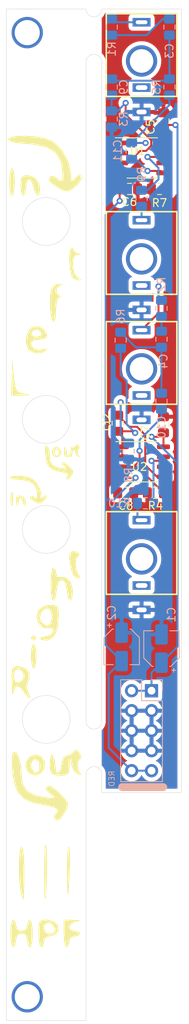
<source format=kicad_pcb>
(kicad_pcb (version 20200909) (generator pcbnew)
  (layers (0 "F.Cu" signal) (31 "B.Cu" signal) (34 "B.Paste" user) (35 "F.Paste" user) (36 "B.SilkS" user) (37 "F.SilkS" user) (38 "B.Mask" user) (39 "F.Mask" user) (44 "Edge.Cuts" user))
  (net 0 "")
  (net 1 "GND")
  (net 2 "+12V")
  (net 3 "-12V")
  (net 4 "Net-(C3-Pad2)")
  (net 5 "Net-(C3-Pad1)")
  (net 6 "Net-(C10-Pad1)")
  (net 7 "Net-(C4-Pad1)")
  (net 8 "Net-(C9-Pad2)")
  (net 9 "Net-(C10-Pad2)")
  (net 10 "Net-(C11-Pad2)")
  (net 11 "Net-(C11-Pad1)")
  (net 12 "Net-(C12-Pad2)")
  (net 13 "Net-(C12-Pad1)")
  (net 14 "Net-(J2-Pad3)")
  (net 15 "Net-(J3-Pad3)")
  (net 16 "Net-(J4-Pad3)")
  (net 17 "Net-(J5-Pad3)")
  (net 18 "Net-(R9-Pad1)")
  (net 19 "Net-(R10-Pad1)")
  (net 20 "Net-(J2-Pad2)")
  (net 21 "Net-(J3-Pad2)")
  (net 22 "Net-(J4-Pad2)")
  (net 23 "Net-(J5-Pad2)")
  (module "Capacitor_SMD:C_0805_2012Metric_Pad1.15x1.40mm_HandSolder" (layer "F.Cu") (at 156.547 59.11 180)
    (fp_text reference "C6" (at 0 -1.65) (layer "F.SilkS"))
    (fp_text value "100n")
    (pad "1" smd roundrect (at -1.025 0 180) (size 1.15 1.4) (layers "F.Cu" "F.Paste" "F.Mask") (roundrect_rratio 0.2173913043478261) (net 1 "GND"))
    (pad "2" smd roundrect (at 1.025 0 180) (size 1.15 1.4) (layers "F.Cu" "F.Paste" "F.Mask") (roundrect_rratio 0.2173913043478261) (net 3 "-12V"))
  )
  (module "custom silk:in_small" (layer "F.Cu") (at 143.5 97.25)
    (fp_text reference "G***" hide)
    (fp_text value "LOGO" hide)
  )
  (module "akiyuki:THONKICONN" (layer "F.Cu") (at 158.08 106.116)
    (fp_text reference "J5" hide)
    (fp_text value "Conn_01x03")
    (pad "" np_thru_hole circle (at 0 0) (size 4 4) (drill 3) (layers *.Cu *.Mask))
    (pad "1" thru_hole rect (at 0 6.48) (size 2.3 1.1) (drill oval 1.3 0.6) (layers *.Cu *.Mask) (net 1 "GND"))
    (pad "2" thru_hole rect (at 0 3.38) (size 2.3 1.1) (drill oval 1.5 0.6) (layers *.Cu *.Mask) (net 23 "Net-(J5-Pad2)"))
    (pad "3" thru_hole rect (at 0 -4.92) (size 2.3 1.1) (drill oval 1.5 0.5) (layers *.Cu *.Mask) (net 17 "Net-(J5-Pad3)"))
  )
  (module "custom silk:in_silk" (layer "F.Cu") (at 145.5 55.75)
    (fp_text reference "G***" hide)
    (fp_text value "LOGO" hide)
  )
  (module "akiyuki:THONKICONN" (layer "F.Cu") (at 158.08 42.854)
    (fp_text reference "J2" hide)
    (fp_text value "Conn_01x03")
    (pad "" np_thru_hole circle (at 0 0) (size 4 4) (drill 3) (layers *.Cu *.Mask))
    (pad "1" thru_hole rect (at 0 6.48) (size 2.3 1.1) (drill oval 1.3 0.6) (layers *.Cu *.Mask) (net 1 "GND"))
    (pad "2" thru_hole rect (at 0 3.38) (size 2.3 1.1) (drill oval 1.5 0.6) (layers *.Cu *.Mask) (net 20 "Net-(J2-Pad2)"))
    (pad "3" thru_hole rect (at 0 -4.92) (size 2.3 1.1) (drill oval 1.5 0.5) (layers *.Cu *.Mask) (net 14 "Net-(J2-Pad3)"))
  )
  (module "custom silk:out_small" (layer "F.Cu") (at 148 93.75)
    (fp_text reference "G***" hide)
    (fp_text value "LOGO" hide)
  )
  (module "nebs:MOUSEBITE1mm" (layer "F.Cu") (at 151.5 39.5 90)
    (fp_text reference "MOUSEBITE1mm" hide)
    (fp_text value "VAL**" hide)
    (pad "" np_thru_hole circle (at -2 0 90) (size 0.5 0.5) (drill 0.5) (layers *.Cu))
    (pad "" np_thru_hole circle (at 1 0 90) (size 0.5 0.5) (drill 0.5) (layers *.Cu))
    (pad "" np_thru_hole circle (at -1 0 90) (size 0.5 0.5) (drill 0.5) (layers *.Cu))
    (pad "" np_thru_hole circle (at 0 0 90) (size 0.5 0.5) (drill 0.5) (layers *.Cu))
    (pad "" np_thru_hole circle (at 2 0 90) (size 0.5 0.5) (drill 0.5) (layers *.Cu))
  )
  (module "Capacitor_SMD:C_0805_2012Metric_Pad1.15x1.40mm_HandSolder" (layer "F.Cu") (at 160.874 50.465 90)
    (fp_text reference "C5" (at -0.771 -1.65 90) (layer "F.SilkS"))
    (fp_text value "100n")
    (pad "1" smd roundrect (at -1.025 0 90) (size 1.15 1.4) (layers "F.Cu" "F.Paste" "F.Mask") (roundrect_rratio 0.2173913043478261) (net 2 "+12V"))
    (pad "2" smd roundrect (at 1.025 0 90) (size 1.15 1.4) (layers "F.Cu" "F.Paste" "F.Mask") (roundrect_rratio 0.2173913043478261) (net 1 "GND"))
  )
  (module "custom silk:left_silk" (layer "F.Cu") (at 145.75 75.75)
    (fp_text reference "G***" hide)
    (fp_text value "LOGO" hide)
  )
  (module "Package_SO:SOP-8_3.9x4.9mm_P1.27mm" (layer "F.Cu") (at 158.165 55.173)
    (fp_text reference "U1" (at -0.593 -0.889) (layer "F.SilkS"))
    (fp_text value "NJM8080")
    (pad "1" smd roundrect (at -2.625 -1.905) (size 1.65 0.6) (layers "F.Cu" "F.Paste" "F.Mask") (net 11 "Net-(C11-Pad1)"))
    (pad "2" smd roundrect (at -2.625 -0.635) (size 1.65 0.6) (layers "F.Cu" "F.Paste" "F.Mask") (net 11 "Net-(C11-Pad1)"))
    (pad "3" smd roundrect (at -2.625 0.635) (size 1.65 0.6) (layers "F.Cu" "F.Paste" "F.Mask") (net 8 "Net-(C9-Pad2)"))
    (pad "4" smd roundrect (at -2.625 1.905) (size 1.65 0.6) (layers "F.Cu" "F.Paste" "F.Mask") (net 3 "-12V"))
    (pad "5" smd roundrect (at 2.625 1.905) (size 1.65 0.6) (layers "F.Cu" "F.Paste" "F.Mask") (net 10 "Net-(C11-Pad2)"))
    (pad "6" smd roundrect (at 2.625 0.635) (size 1.65 0.6) (layers "F.Cu" "F.Paste" "F.Mask") (net 18 "Net-(R9-Pad1)"))
    (pad "7" smd roundrect (at 2.625 -0.635) (size 1.65 0.6) (layers "F.Cu" "F.Paste" "F.Mask") (net 18 "Net-(R9-Pad1)"))
    (pad "8" smd roundrect (at 2.625 -1.905) (size 1.65 0.6) (layers "F.Cu" "F.Paste" "F.Mask") (net 2 "+12V"))
  )
  (module "Package_SO:SOP-8_3.9x4.9mm_P1.27mm" (layer "F.Cu") (at 158.249 93.781)
    (fp_text reference "U2" (at -0.423 0.635) (layer "F.SilkS"))
    (fp_text value "NJM8080")
    (pad "1" smd roundrect (at -2.625 -1.905) (size 1.65 0.6) (layers "F.Cu" "F.Paste" "F.Mask") (net 13 "Net-(C12-Pad1)"))
    (pad "2" smd roundrect (at -2.625 -0.635) (size 1.65 0.6) (layers "F.Cu" "F.Paste" "F.Mask") (net 13 "Net-(C12-Pad1)"))
    (pad "3" smd roundrect (at -2.625 0.635) (size 1.65 0.6) (layers "F.Cu" "F.Paste" "F.Mask") (net 9 "Net-(C10-Pad2)"))
    (pad "4" smd roundrect (at -2.625 1.905) (size 1.65 0.6) (layers "F.Cu" "F.Paste" "F.Mask") (net 3 "-12V"))
    (pad "5" smd roundrect (at 2.625 1.905) (size 1.65 0.6) (layers "F.Cu" "F.Paste" "F.Mask") (net 12 "Net-(C12-Pad2)"))
    (pad "6" smd roundrect (at 2.625 0.635) (size 1.65 0.6) (layers "F.Cu" "F.Paste" "F.Mask") (net 19 "Net-(R10-Pad1)"))
    (pad "7" smd roundrect (at 2.625 -0.635) (size 1.65 0.6) (layers "F.Cu" "F.Paste" "F.Mask") (net 19 "Net-(R10-Pad1)"))
    (pad "8" smd roundrect (at 2.625 -1.905) (size 1.65 0.6) (layers "F.Cu" "F.Paste" "F.Mask") (net 2 "+12V"))
  )
  (module "Resistor_SMD:R_0805_2012Metric_Pad1.15x1.40mm_HandSolder" (layer "F.Cu") (at 160.357 59.11 180)
    (fp_text reference "R7" (at -0.009 -1.778) (layer "F.SilkS"))
    (fp_text value "160k")
    (pad "1" smd roundrect (at -1.025 0 180) (size 1.15 1.4) (layers "F.Cu" "F.Paste" "F.Mask") (roundrect_rratio 0.2173913043478261) (net 10 "Net-(C11-Pad2)"))
    (pad "2" smd roundrect (at 1.025 0 180) (size 1.15 1.4) (layers "F.Cu" "F.Paste" "F.Mask") (roundrect_rratio 0.2173913043478261) (net 1 "GND"))
  )
  (module "custom silk:out_silk" (layer "F.Cu") (at 146 134.75)
    (fp_text reference "G***" hide)
    (fp_text value "LOGO" hide)
  )
  (module "akiyuki:EurorackPanelHole" (layer "F.Cu") (at 143.5 39.25)
    (fp_text reference "REF**" hide)
    (fp_text value "EurorackPanelHole" hide)
    (pad "" np_thru_hole circle (at 0 0) (size 4 4) (drill 3.2) (layers *.Cu *.Mask))
  )
  (module "custom silk:hpf2" (layer "F.Cu") (at 146 148)
    (fp_text reference "G***" hide)
    (fp_text value "LOGO" hide)
  )
  (module "nebs:MOUSEBITE1mm" (layer "F.Cu") (at 151.5 130.25 90)
    (fp_text reference "MOUSEBITE1mm" hide)
    (fp_text value "VAL**" hide)
    (pad "" np_thru_hole circle (at 1 0 90) (size 0.5 0.5) (drill 0.5) (layers *.Cu))
    (pad "" np_thru_hole circle (at 2 0 90) (size 0.5 0.5) (drill 0.5) (layers *.Cu))
    (pad "" np_thru_hole circle (at 0 0 90) (size 0.5 0.5) (drill 0.5) (layers *.Cu))
    (pad "" np_thru_hole circle (at -1 0 90) (size 0.5 0.5) (drill 0.5) (layers *.Cu))
    (pad "" np_thru_hole circle (at -2 0 90) (size 0.5 0.5) (drill 0.5) (layers *.Cu))
  )
  (module "akiyuki:EurorackPanelHole" (layer "F.Cu") (at 143.5 161.75)
    (fp_text reference "REF**" hide)
    (fp_text value "EurorackPanelHole" hide)
    (pad "" np_thru_hole circle (at 0 0) (size 4 4) (drill 3.2) (layers *.Cu *.Mask))
  )
  (module "custom silk:right_silk" (layer "F.Cu") (at 145.75 114)
    (fp_text reference "G***" hide)
    (fp_text value "LOGO" hide)
  )
  (module "Capacitor_SMD:C_0805_2012Metric_Pad1.15x1.40mm_HandSolder" (layer "F.Cu") (at 160.874 89.073 90)
    (fp_text reference "C7" (at -1.025 -2.286 90) (layer "F.SilkS"))
    (fp_text value "100n")
    (pad "1" smd roundrect (at -1.025 0 90) (size 1.15 1.4) (layers "F.Cu" "F.Paste" "F.Mask") (roundrect_rratio 0.2173913043478261) (net 2 "+12V"))
    (pad "2" smd roundrect (at 1.025 0 90) (size 1.15 1.4) (layers "F.Cu" "F.Paste" "F.Mask") (roundrect_rratio 0.2173913043478261) (net 1 "GND"))
  )
  (module "Capacitor_SMD:C_0805_2012Metric_Pad1.15x1.40mm_HandSolder" (layer "F.Cu") (at 155.032 88.877224 90)
    (fp_text reference "C12" (at 0.118 -1.397 90) (layer "F.SilkS") (effects (font (size 0.75 0.75))))
    (fp_text value "33n")
    (pad "1" smd roundrect (at -1.025 0 90) (size 1.15 1.4) (layers "F.Cu" "F.Paste" "F.Mask") (roundrect_rratio 0.2173913043478261) (net 13 "Net-(C12-Pad1)"))
    (pad "2" smd roundrect (at 1.025 0 90) (size 1.15 1.4) (layers "F.Cu" "F.Paste" "F.Mask") (roundrect_rratio 0.2173913043478261) (net 12 "Net-(C12-Pad2)"))
  )
  (module "Resistor_SMD:R_0805_2012Metric_Pad1.15x1.40mm_HandSolder" (layer "F.Cu") (at 159.849 97.718 180)
    (fp_text reference "R4" (at 0 -1.65) (layer "F.SilkS"))
    (fp_text value "160k")
    (pad "1" smd roundrect (at -1.025 0 180) (size 1.15 1.4) (layers "F.Cu" "F.Paste" "F.Mask") (roundrect_rratio 0.2173913043478261) (net 9 "Net-(C10-Pad2)"))
    (pad "2" smd roundrect (at 1.025 0 180) (size 1.15 1.4) (layers "F.Cu" "F.Paste" "F.Mask") (roundrect_rratio 0.2173913043478261) (net 1 "GND"))
  )
  (module "Capacitor_SMD:C_0805_2012Metric_Pad1.15x1.40mm_HandSolder" (layer "F.Cu") (at 156.057 97.718 180)
    (fp_text reference "C8" (at 0 -1.65) (layer "F.SilkS"))
    (fp_text value "100n")
    (pad "1" smd roundrect (at -1.025 0 180) (size 1.15 1.4) (layers "F.Cu" "F.Paste" "F.Mask") (roundrect_rratio 0.2173913043478261) (net 1 "GND"))
    (pad "2" smd roundrect (at 1.025 0 180) (size 1.15 1.4) (layers "F.Cu" "F.Paste" "F.Mask") (roundrect_rratio 0.2173913043478261) (net 3 "-12V"))
  )
  (module "akiyuki:THONKICONN" (layer "F.Cu") (at 158.08 81.97)
    (fp_text reference "J3" hide)
    (fp_text value "Conn_01x03")
    (pad "" np_thru_hole circle (at 0 0) (size 4 4) (drill 3) (layers *.Cu *.Mask))
    (pad "1" thru_hole rect (at 0 6.48) (size 2.3 1.1) (drill oval 1.3 0.6) (layers *.Cu *.Mask) (net 1 "GND"))
    (pad "2" thru_hole rect (at 0 3.38) (size 2.3 1.1) (drill oval 1.5 0.6) (layers *.Cu *.Mask) (net 21 "Net-(J3-Pad2)"))
    (pad "3" thru_hole rect (at 0 -4.92) (size 2.3 1.1) (drill oval 1.5 0.5) (layers *.Cu *.Mask) (net 15 "Net-(J3-Pad3)"))
  )
  (module "akiyuki:THONKICONN" (layer "F.Cu") (at 158.08 68)
    (fp_text reference "J4" hide)
    (fp_text value "Conn_01x03")
    (pad "" np_thru_hole circle (at 0 0) (size 4 4) (drill 3) (layers *.Cu *.Mask))
    (pad "1" thru_hole rect (at 0 6.48) (size 2.3 1.1) (drill oval 1.3 0.6) (layers *.Cu *.Mask) (net 1 "GND"))
    (pad "2" thru_hole rect (at 0 3.38) (size 2.3 1.1) (drill oval 1.5 0.6) (layers *.Cu *.Mask) (net 22 "Net-(J4-Pad2)"))
    (pad "3" thru_hole rect (at 0 -4.92) (size 2.3 1.1) (drill oval 1.5 0.5) (layers *.Cu *.Mask) (net 16 "Net-(J4-Pad3)"))
  )
  (module "Capacitor_SMD:C_0805_2012Metric_Pad1.15x1.40mm_HandSolder" (layer "B.Cu") (at 160.62 86.083224 -90)
    (fp_text reference "C10" (at 3.302 0 -90) (layer "B.SilkS") (effects (justify mirror)))
    (fp_text value "33n")
    (pad "1" smd roundrect (at -1.025 0 270) (size 1.15 1.4) (layers "B.Cu" "B.Paste" "B.Mask") (roundrect_rratio 0.2173913043478261) (net 6 "Net-(C10-Pad1)"))
    (pad "2" smd roundrect (at 1.025 0 270) (size 1.15 1.4) (layers "B.Cu" "B.Paste" "B.Mask") (roundrect_rratio 0.2173913043478261) (net 9 "Net-(C10-Pad2)"))
  )
  (module "Capacitor_SMD:C_0805_2012Metric_Pad1.15x1.40mm_HandSolder" (layer "B.Cu") (at 160.62 78.209224 -90)
    (fp_text reference "C4" (at 2.803 -0.254 -90) (layer "B.SilkS") (effects (justify mirror)))
    (fp_text value "33n")
    (pad "1" smd roundrect (at -1.025 0 270) (size 1.15 1.4) (layers "B.Cu" "B.Paste" "B.Mask") (roundrect_rratio 0.2173913043478261) (net 7 "Net-(C4-Pad1)"))
    (pad "2" smd roundrect (at 1.025 0 270) (size 1.15 1.4) (layers "B.Cu" "B.Paste" "B.Mask") (roundrect_rratio 0.2173913043478261) (net 6 "Net-(C10-Pad1)"))
  )
  (module "Resistor_SMD:R_0805_2012Metric_Pad1.15x1.40mm_HandSolder" (layer "B.Cu") (at 154.27 38.545 -90)
    (fp_text reference "R1" (at 2.785 0 -90) (layer "B.SilkS") (effects (justify mirror)))
    (fp_text value "100k")
    (pad "1" smd roundrect (at -1.025 0 270) (size 1.15 1.4) (layers "B.Cu" "B.Paste" "B.Mask") (roundrect_rratio 0.2173913043478261) (net 14 "Net-(J2-Pad3)"))
    (pad "2" smd roundrect (at 1.025 0 270) (size 1.15 1.4) (layers "B.Cu" "B.Paste" "B.Mask") (roundrect_rratio 0.2173913043478261) (net 5 "Net-(C3-Pad1)"))
  )
  (module "Capacitor_SMD:CP_Elec_4x5.4" (layer "B.Cu") (at 160.62 117.508 90)
    (fp_text reference "C1" (at 4.296 1.27 270) (layer "B.SilkS") (effects (justify mirror)))
    (fp_text value "10u")
    (pad "1" smd roundrect (at -1.8 0 90) (size 2.6 1.6) (layers "B.Cu" "B.Paste" "B.Mask") (roundrect_rratio 0.15625) (net 2 "+12V"))
    (pad "2" smd roundrect (at 1.8 0 90) (size 2.6 1.6) (layers "B.Cu" "B.Paste" "B.Mask") (roundrect_rratio 0.15625) (net 1 "GND"))
  )
  (module "4ms-footprints:Euro_Header_10-pin_TH" (layer "B.Cu") (at 158.08 127.944 180)
    (fp_text reference "J1" hide)
    (fp_text value "Conn_02x05_Odd_Even" hide)
    (fp_text user "RED" (at 3.81 -6.096 90) (layer "B.SilkS") (effects (font (size 0.7 0.7) (thickness 0.1)) (justify mirror)))
    (pad "1" thru_hole rect (at -1.27 5.08 180) (size 1.7 1.7) (drill 1) (layers *.Cu *.Mask) (net 2 "+12V"))
    (pad "2" thru_hole oval (at 1.27 5.08 180) (size 1.7 1.7) (drill 1) (layers *.Cu *.Mask) (net 2 "+12V"))
    (pad "3" thru_hole oval (at -1.27 2.54 180) (size 1.7 1.7) (drill 1) (layers *.Cu *.Mask) (net 1 "GND"))
    (pad "4" thru_hole oval (at 1.27 2.54 180) (size 1.7 1.7) (drill 1) (layers *.Cu *.Mask) (net 1 "GND"))
    (pad "5" thru_hole oval (at -1.27 0 180) (size 1.7 1.7) (drill 1) (layers *.Cu *.Mask) (net 1 "GND"))
    (pad "6" thru_hole oval (at 1.27 0 180) (size 1.7 1.7) (drill 1) (layers *.Cu *.Mask) (net 1 "GND"))
    (pad "7" thru_hole oval (at -1.27 -2.54 180) (size 1.7 1.7) (drill 1) (layers *.Cu *.Mask) (net 1 "GND"))
    (pad "8" thru_hole oval (at 1.27 -2.54 180) (size 1.7 1.7) (drill 1) (layers *.Cu *.Mask) (net 1 "GND"))
    (pad "9" thru_hole oval (at -1.27 -5.08 180) (size 1.7 1.7) (drill 1) (layers *.Cu *.Mask) (net 3 "-12V"))
    (pad "10" thru_hole oval (at 1.27 -5.08 180) (size 1.7 1.7) (drill 1) (layers *.Cu *.Mask) (net 3 "-12V"))
  )
  (module "Resistor_SMD:R_0805_2012Metric_Pad1.15x1.40mm_HandSolder" (layer "B.Cu") (at 160.62 74.290224 -90)
    (fp_text reference "R2" (at -3.039 0 -90) (layer "B.SilkS") (effects (justify mirror)))
    (fp_text value "100k")
    (pad "1" smd roundrect (at -1.025 0 270) (size 1.15 1.4) (layers "B.Cu" "B.Paste" "B.Mask") (roundrect_rratio 0.2173913043478261) (net 15 "Net-(J3-Pad3)"))
    (pad "2" smd roundrect (at 1.025 0 270) (size 1.15 1.4) (layers "B.Cu" "B.Paste" "B.Mask") (roundrect_rratio 0.2173913043478261) (net 7 "Net-(C4-Pad1)"))
  )
  (module "Capacitor_SMD:CP_Elec_4x5.4" (layer "B.Cu") (at 155.54 117.298 -90)
    (fp_text reference "C2" (at -4.34 1.27 -90) (layer "B.SilkS") (effects (justify mirror)))
    (fp_text value "10u")
    (pad "1" smd roundrect (at -1.8 0 270) (size 2.6 1.6) (layers "B.Cu" "B.Paste" "B.Mask") (roundrect_rratio 0.15625) (net 1 "GND"))
    (pad "2" smd roundrect (at 1.8 0 270) (size 2.6 1.6) (layers "B.Cu" "B.Paste" "B.Mask") (roundrect_rratio 0.15625) (net 3 "-12V"))
  )
  (module "Resistor_SMD:R_0805_2012Metric_Pad1.15x1.40mm_HandSolder" (layer "B.Cu") (at 156.429 92.433224 -90)
    (fp_text reference "R8" (at 3.039 0 -90) (layer "B.SilkS") (effects (justify mirror)))
    (fp_text value "160k")
    (pad "1" smd roundrect (at -1.025 0 270) (size 1.15 1.4) (layers "B.Cu" "B.Paste" "B.Mask") (roundrect_rratio 0.2173913043478261) (net 12 "Net-(C12-Pad2)"))
    (pad "2" smd roundrect (at 1.025 0 270) (size 1.15 1.4) (layers "B.Cu" "B.Paste" "B.Mask") (roundrect_rratio 0.2173913043478261) (net 1 "GND"))
  )
  (module "Resistor_SMD:R_0805_2012Metric_Pad1.15x1.40mm_HandSolder" (layer "B.Cu") (at 154.27 50.229 -90)
    (fp_text reference "R3" (at 0 -1.524 -90) (layer "B.SilkS") (effects (justify mirror)))
    (fp_text value "160k")
    (pad "1" smd roundrect (at -1.025 0 270) (size 1.15 1.4) (layers "B.Cu" "B.Paste" "B.Mask") (roundrect_rratio 0.2173913043478261) (net 8 "Net-(C9-Pad2)"))
    (pad "2" smd roundrect (at 1.025 0 270) (size 1.15 1.4) (layers "B.Cu" "B.Paste" "B.Mask") (roundrect_rratio 0.2173913043478261) (net 1 "GND"))
  )
  (module "Capacitor_SMD:C_0805_2012Metric_Pad1.15x1.40mm_HandSolder" (layer "B.Cu") (at 161.636 38.545 -90)
    (fp_text reference "C3" (at 3.039 0 -90) (layer "B.SilkS") (effects (justify mirror)))
    (fp_text value "33n")
    (pad "1" smd roundrect (at -1.025 0 270) (size 1.15 1.4) (layers "B.Cu" "B.Paste" "B.Mask") (roundrect_rratio 0.2173913043478261) (net 5 "Net-(C3-Pad1)"))
    (pad "2" smd roundrect (at 1.025 0 270) (size 1.15 1.4) (layers "B.Cu" "B.Paste" "B.Mask") (roundrect_rratio 0.2173913043478261) (net 4 "Net-(C3-Pad2)"))
  )
  (module "Resistor_SMD:R_0805_2012Metric_Pad1.15x1.40mm_HandSolder" (layer "B.Cu") (at 161.636 46.165 -90)
    (fp_text reference "R5" (at 0 1.65 -90) (layer "B.SilkS") (effects (justify mirror)))
    (fp_text value "160k")
    (pad "1" smd roundrect (at -1.025 0 270) (size 1.15 1.4) (layers "B.Cu" "B.Paste" "B.Mask") (roundrect_rratio 0.2173913043478261) (net 4 "Net-(C3-Pad2)"))
    (pad "2" smd roundrect (at 1.025 0 270) (size 1.15 1.4) (layers "B.Cu" "B.Paste" "B.Mask") (roundrect_rratio 0.2173913043478261) (net 11 "Net-(C11-Pad1)"))
  )
  (module "Resistor_SMD:R_0805_2012Metric_Pad1.15x1.40mm_HandSolder" (layer "B.Cu") (at 158.579 99.046224 180)
    (fp_text reference "R10" (at 3.311 0 180) (layer "B.SilkS") (effects (justify mirror)))
    (fp_text value "1k")
    (pad "1" smd roundrect (at -1.025 0 180) (size 1.15 1.4) (layers "B.Cu" "B.Paste" "B.Mask") (roundrect_rratio 0.2173913043478261) (net 19 "Net-(R10-Pad1)"))
    (pad "2" smd roundrect (at 1.025 0 180) (size 1.15 1.4) (layers "B.Cu" "B.Paste" "B.Mask") (roundrect_rratio 0.2173913043478261) (net 17 "Net-(J5-Pad3)"))
  )
  (module "Capacitor_SMD:C_0805_2012Metric_Pad1.15x1.40mm_HandSolder" (layer "B.Cu") (at 156.81 54.293 -90)
    (fp_text reference "C11" (at -0.009 1.778 -90) (layer "B.SilkS") (effects (justify mirror)))
    (fp_text value "33n")
    (pad "1" smd roundrect (at -1.025 0 270) (size 1.15 1.4) (layers "B.Cu" "B.Paste" "B.Mask") (roundrect_rratio 0.2173913043478261) (net 11 "Net-(C11-Pad1)"))
    (pad "2" smd roundrect (at 1.025 0 270) (size 1.15 1.4) (layers "B.Cu" "B.Paste" "B.Mask") (roundrect_rratio 0.2173913043478261) (net 10 "Net-(C11-Pad2)"))
  )
  (module "Resistor_SMD:R_0805_2012Metric_Pad1.15x1.40mm_HandSolder" (layer "B.Cu") (at 155.413 78.336224 -90)
    (fp_text reference "R6" (at -3.039 0 -90) (layer "B.SilkS") (effects (justify mirror)))
    (fp_text value "160k")
    (pad "1" smd roundrect (at -1.025 0 270) (size 1.15 1.4) (layers "B.Cu" "B.Paste" "B.Mask") (roundrect_rratio 0.2173913043478261) (net 6 "Net-(C10-Pad1)"))
    (pad "2" smd roundrect (at 1.025 0 270) (size 1.15 1.4) (layers "B.Cu" "B.Paste" "B.Mask") (roundrect_rratio 0.2173913043478261) (net 13 "Net-(C12-Pad1)"))
  )
  (module "Capacitor_SMD:C_0805_2012Metric_Pad1.15x1.40mm_HandSolder" (layer "B.Cu") (at 154.27 46.165 -90)
    (fp_text reference "C9" (at 0 -1.524 -90) (layer "B.SilkS") (effects (justify mirror)))
    (fp_text value "33n")
    (pad "1" smd roundrect (at -1.025 0 270) (size 1.15 1.4) (layers "B.Cu" "B.Paste" "B.Mask") (roundrect_rratio 0.2173913043478261) (net 4 "Net-(C3-Pad2)"))
    (pad "2" smd roundrect (at 1.025 0 270) (size 1.15 1.4) (layers "B.Cu" "B.Paste" "B.Mask") (roundrect_rratio 0.2173913043478261) (net 8 "Net-(C9-Pad2)"))
  )
  (module "Resistor_SMD:R_0805_2012Metric_Pad1.15x1.40mm_HandSolder" (layer "B.Cu") (at 158.08 60.302224 -90)
    (fp_text reference "R9" (at -3.057 0 -90) (layer "B.SilkS") (effects (justify mirror)))
    (fp_text value "1k")
    (pad "1" smd roundrect (at -1.025 0 270) (size 1.15 1.4) (layers "B.Cu" "B.Paste" "B.Mask") (roundrect_rratio 0.2173913043478261) (net 18 "Net-(R9-Pad1)"))
    (pad "2" smd roundrect (at 1.025 0 270) (size 1.15 1.4) (layers "B.Cu" "B.Paste" "B.Mask") (roundrect_rratio 0.2173913043478261) (net 16 "Net-(J4-Pad3)"))
  )
  (gr_circle (center 145.92 63.25) (end 148.92 63.75) (layer "Edge.Cuts") (width 0.05))
  (gr_line (start 140.84 36.25) (end 140.84 164.774) (layer "Edge.Cuts") (width 0.05))
  (gr_circle (center 145.92 88.396) (end 148.92 88.896) (layer "Edge.Cuts") (width 0.05))
  (gr_line (start 151 36.25) (end 140.84 36.25) (layer "Edge.Cuts") (width 0.05))
  (gr_arc (start 152 126.75) (end 151 126.75) (angle -180) (layer "Edge.Cuts") (width 0.05))
  (gr_arc (start 152 43) (end 153 43) (angle -180) (layer "Edge.Cuts") (width 0.05))
  (gr_line (start 153 135.818) (end 153 133.5) (layer "Edge.Cuts") (width 0.05))
  (gr_line (start 163.16 135.818) (end 163.16 36.25) (layer "Edge.Cuts") (width 0.05))
  (gr_line (start 140.84 164.774) (end 151 164.774) (layer "Edge.Cuts") (width 0.05))
  (gr_circle (center 145.92 126.512) (end 148.92 127.012) (layer "Edge.Cuts") (width 0.05))
  (gr_line (start 151 43) (end 151 126.75) (layer "Edge.Cuts") (width 0.05))
  (gr_line (start 153 126.75) (end 153 43) (layer "Edge.Cuts") (width 0.05))
  (gr_arc (start 152 133.5) (end 151 133.5) (angle 180) (layer "Edge.Cuts") (width 0.05))
  (gr_line (start 163.16 135.818) (end 153 135.818) (layer "Edge.Cuts") (width 0.05))
  (gr_arc (start 152 36.25) (end 153 36.25) (angle 180) (layer "Edge.Cuts") (width 0.05))
  (gr_line (start 151 164.774) (end 151 133.5) (layer "Edge.Cuts") (width 0.05))
  (gr_circle (center 145.92 102.366) (end 148.92 102.866) (layer "Edge.Cuts") (width 0.05))
  (gr_line (start 163.16 36.25) (end 153 36.25) (layer "Edge.Cuts") (width 0.05))
  (segment (start 159.332 59.11) (end 157.572 59.11) (width 0.25) (layer "F.Cu") (net 1))
  (segment (start 158.824 97.718) (end 157.082 97.718) (width 0.25) (layer "F.Cu") (net 1))
  (segment (start 160.874 51.49) (end 160.874 53.184) (width 0.25) (layer "F.Cu") (net 2))
  (segment (start 162.398 50.982) (end 161.382 50.982) (width 0.25) (layer "F.Cu") (net 2))
  (segment (start 160.874 91.876) (end 160.874 90.098) (width 0.25) (layer "F.Cu") (net 2))
  (segment (start 160.366 90.606) (end 160.874 90.098) (width 0.25) (layer "F.Cu") (net 2))
  (segment (start 161.382 50.982) (end 160.874 51.49) (width 0.25) (layer "F.Cu") (net 2))
  (segment (start 159.35 90.606) (end 160.366 90.606) (width 0.25) (layer "F.Cu") (net 2))
  (segment (start 160.874 53.184) (end 160.79 53.268) (width 0.25) (layer "F.Cu") (net 2))
  (via (at 162.398 50.982) (size 0.8) (drill 0.4) (layers "F.Cu" "B.Cu") (net 2))
  (via (at 159.35 90.606) (size 0.8) (drill 0.4) (layers "F.Cu" "B.Cu") (net 2))
  (segment (start 162.66101 91.86699) (end 162.66101 87.54899) (width 0.25) (layer "B.Cu") (net 2))
  (segment (start 156.81 122.864) (end 159.35 122.864) (width 0.25) (layer "B.Cu") (net 2))
  (segment (start 162.66101 87.54899) (end 162.66101 51.24501) (width 0.25) (layer "B.Cu") (net 2))
  (segment (start 160.62 119.308) (end 162.66101 117.26699) (width 0.25) (layer "B.Cu") (net 2))
  (segment (start 162.66101 117.26699) (end 162.66101 91.86699) (width 0.25) (layer "B.Cu") (net 2))
  (segment (start 162.652 93.908) (end 159.35 90.606) (width 0.25) (layer "B.Cu") (net 2))
  (segment (start 159.35 122.864) (end 159.35 120.578) (width 0.25) (layer "B.Cu") (net 2))
  (segment (start 162.66101 51.24501) (end 162.398 50.982) (width 0.25) (layer "B.Cu") (net 2))
  (segment (start 159.35 120.578) (end 160.62 119.308) (width 0.25) (layer "B.Cu") (net 2))
  (segment (start 155.751 95.813) (end 155.624 95.686) (width 0.25) (layer "F.Cu") (net 3))
  (segment (start 157.318 95.813) (end 155.413 97.718) (width 0.25) (layer "F.Cu") (net 3))
  (segment (start 155.413 97.718) (end 155.032 97.718) (width 0.25) (layer "F.Cu") (net 3))
  (segment (start 157.318 95.813) (end 155.751 95.813) (width 0.25) (layer "F.Cu") (net 3))
  (segment (start 155.286 59.346) (end 155.522 59.11) (width 0.25) (layer "F.Cu") (net 3))
  (segment (start 155.522 57.096) (end 155.54 57.078) (width 0.25) (layer "F.Cu") (net 3))
  (segment (start 155.286 60.634) (end 155.286 59.346) (width 0.25) (layer "F.Cu") (net 3))
  (segment (start 155.522 59.11) (end 155.522 57.096) (width 0.25) (layer "F.Cu") (net 3))
  (via (at 157.318 95.813) (size 0.8) (drill 0.4) (layers "F.Cu" "B.Cu") (net 3))
  (via (at 155.286 60.634) (size 0.8) (drill 0.4) (layers "F.Cu" "B.Cu") (net 3))
  (segment (start 153.508 98.17002) (end 153.508 96.077) (width 0.25) (layer "B.Cu") (net 3))
  (segment (start 159.35 133.024) (end 156.81 133.024) (width 0.25) (layer "B.Cu") (net 3))
  (segment (start 153.508 98.607) (end 153.508 98.17002) (width 0.25) (layer "B.Cu") (net 3))
  (segment (start 153.508 62.412) (end 155.286 60.634) (width 0.25) (layer "B.Cu") (net 3))
  (segment (start 153.508 96.077) (end 153.508 62.412) (width 0.25) (layer "B.Cu") (net 3))
  (segment (start 153.889 130.103) (end 153.889 120.749) (width 0.25) (layer "B.Cu") (net 3))
  (segment (start 153.508 99.75) (end 153.508 98.607) (width 0.25) (layer "B.Cu") (net 3))
  (segment (start 154.524 98.607) (end 157.318 95.813) (width 0.25) (layer "B.Cu") (net 3))
  (segment (start 156.81 133.024) (end 153.889 130.103) (width 0.25) (layer "B.Cu") (net 3))
  (segment (start 153.508 98.607) (end 154.524 98.607) (width 0.25) (layer "B.Cu") (net 3))
  (segment (start 153.889 120.749) (end 155.54 119.098) (width 0.25) (layer "B.Cu") (net 3))
  (segment (start 153.508 117.066) (end 153.508 99.75) (width 0.25) (layer "B.Cu") (net 3))
  (segment (start 155.54 119.098) (end 153.508 117.066) (width 0.25) (layer "B.Cu") (net 3))
  (segment (start 161.636 45.14) (end 161.417001 45.358999) (width 0.25) (layer "B.Cu") (net 4))
  (segment (start 161.636 39.57) (end 161.636 45.14) (width 0.25) (layer "B.Cu") (net 4))
  (segment (start 161.417001 45.358999) (end 154.488999 45.358999) (width 0.25) (layer "B.Cu") (net 4))
  (segment (start 154.488999 45.358999) (end 154.27 45.14) (width 0.25) (layer "B.Cu") (net 4))
  (segment (start 160.779002 37.52) (end 161.636 37.52) (width 0.25) (layer "B.Cu") (net 5))
  (segment (start 154.27 39.57) (end 158.729002 39.57) (width 0.25) (layer "B.Cu") (net 5))
  (segment (start 158.729002 39.57) (end 160.779002 37.52) (width 0.25) (layer "B.Cu") (net 5))
  (segment (start 160.62 79.234224) (end 160.62 85.058224) (width 0.25) (layer "B.Cu") (net 6))
  (segment (start 157.336 79.234224) (end 160.62 79.234224) (width 0.25) (layer "B.Cu") (net 6))
  (segment (start 155.413 77.311224) (end 157.336 79.234224) (width 0.25) (layer "B.Cu") (net 6))
  (segment (start 160.62 75.315224) (end 160.62 77.184224) (width 0.25) (layer "B.Cu") (net 7))
  (segment (start 160.62 77.126) (end 160.874 77.38) (width 0.25) (layer "B.Cu") (net 7))
  (segment (start 161.128 77.126) (end 160.874 77.38) (width 0.25) (layer "B.Cu") (net 7))
  (segment (start 156.365 55.808) (end 155.54 55.808) (width 0.25) (layer "F.Cu") (net 8))
  (segment (start 156.048 49.654998) (end 159.313001 52.919999) (width 0.25) (layer "F.Cu") (net 8))
  (segment (start 157.889 54.284) (end 156.365 55.808) (width 0.25) (layer "F.Cu") (net 8))
  (segment (start 159.313001 53.616001) (end 158.645002 54.284) (width 0.25) (layer "F.Cu") (net 8))
  (segment (start 156.048 48.188) (end 156.048 49.654998) (width 0.25) (layer "F.Cu") (net 8))
  (segment (start 158.645002 54.284) (end 157.889 54.284) (width 0.25) (layer "F.Cu") (net 8))
  (segment (start 159.313001 52.919999) (end 159.313001 53.616001) (width 0.25) (layer "F.Cu") (net 8))
  (via (at 156.048 48.188) (size 0.8) (drill 0.4) (layers "F.Cu" "B.Cu") (net 8))
  (segment (start 154.27 47.19) (end 154.27 49.204) (width 0.25) (layer "B.Cu") (net 8))
  (segment (start 155.032 49.204) (end 156.048 48.188) (width 0.25) (layer "B.Cu") (net 8))
  (segment (start 154.27 49.204) (end 155.032 49.204) (width 0.25) (layer "B.Cu") (net 8))
  (segment (start 156.81 94.416) (end 157.572 94.416) (width 0.25) (layer "F.Cu") (net 9))
  (segment (start 157.064 94.416) (end 157.826 93.654) (width 0.25) (layer "F.Cu") (net 9))
  (segment (start 157.572 94.416) (end 160.874 97.718) (width 0.25) (layer "F.Cu") (net 9))
  (segment (start 156.81 94.416) (end 157.064 94.416) (width 0.25) (layer "F.Cu") (net 9))
  (segment (start 157.826 93.654) (end 157.826 92.384) (width 0.25) (layer "F.Cu") (net 9))
  (segment (start 155.624 94.416) (end 156.81 94.416) (width 0.25) (layer "F.Cu") (net 9))
  (via (at 157.826 92.384) (size 0.8) (drill 0.4) (layers "F.Cu" "B.Cu") (net 9))
  (segment (start 157.826 90.989002) (end 157.826 92.384) (width 0.25) (layer "B.Cu") (net 9))
  (segment (start 160.62 87.108224) (end 160.62 88.195002) (width 0.25) (layer "B.Cu") (net 9))
  (segment (start 160.62 88.195002) (end 157.826 90.989002) (width 0.25) (layer "B.Cu") (net 9))
  (segment (start 161.382 59.11) (end 161.382 57.67) (width 0.25) (layer "F.Cu") (net 10))
  (segment (start 158.842 56.824) (end 160.536 56.824) (width 0.25) (layer "F.Cu") (net 10))
  (segment (start 160.536 56.824) (end 160.79 57.078) (width 0.25) (layer "F.Cu") (net 10))
  (segment (start 161.382 57.67) (end 160.79 57.078) (width 0.25) (layer "F.Cu") (net 10))
  (via (at 158.842 56.824) (size 0.8) (drill 0.4) (layers "F.Cu" "B.Cu") (net 10))
  (segment (start 157.336 55.318) (end 158.842 56.824) (width 0.25) (layer "B.Cu") (net 10))
  (segment (start 156.81 55.318) (end 157.336 55.318) (width 0.25) (layer "B.Cu") (net 10))
  (segment (start 158.588 53.268) (end 155.54 53.268) (width 0.25) (layer "F.Cu") (net 11))
  (segment (start 155.54 53.268) (end 155.54 54.538) (width 0.25) (layer "F.Cu") (net 11))
  (via (at 158.588 53.268) (size 0.8) (drill 0.4) (layers "F.Cu" "B.Cu") (net 11))
  (segment (start 156.81 53.268) (end 158.588 53.268) (width 0.25) (layer "B.Cu") (net 11))
  (segment (start 161.636 48.442) (end 161.636 47.19) (width 0.25) (layer "B.Cu") (net 11))
  (segment (start 156.81 53.268) (end 161.636 48.442) (width 0.25) (layer "B.Cu") (net 11))
  (segment (start 156.504777 89.325001) (end 157.502777 89.325001) (width 0.25) (layer "F.Cu") (net 12))
  (segment (start 155.032 87.852224) (end 156.504777 89.325001) (width 0.25) (layer "F.Cu") (net 12))
  (segment (start 158.551001 94.188001) (end 160.049 95.686) (width 0.25) (layer "F.Cu") (net 12))
  (segment (start 158.551001 90.373225) (end 158.551001 94.188001) (width 0.25) (layer "F.Cu") (net 12))
  (segment (start 155.413 86.219224) (end 155.413 87.471224) (width 0.25) (layer "F.Cu") (net 12))
  (segment (start 160.049 95.686) (end 160.874 95.686) (width 0.25) (layer "F.Cu") (net 12))
  (segment (start 157.502777 89.325001) (end 158.551001 90.373225) (width 0.25) (layer "F.Cu") (net 12))
  (segment (start 155.413 87.471224) (end 155.032 87.852224) (width 0.25) (layer "F.Cu") (net 12))
  (via (at 155.413 86.219224) (size 0.8) (drill 0.4) (layers "F.Cu" "B.Cu") (net 12))
  (segment (start 156.429 91.408224) (end 155.413 90.392224) (width 0.25) (layer "B.Cu") (net 12))
  (segment (start 155.413 90.392224) (end 155.413 86.219224) (width 0.25) (layer "B.Cu") (net 12))
  (segment (start 155.624 91.876) (end 155.624 90.494224) (width 0.25) (layer "F.Cu") (net 13))
  (segment (start 155.624 91.876) (end 155.624 93.146) (width 0.25) (layer "F.Cu") (net 13))
  (segment (start 155.624 90.494224) (end 155.032 89.902224) (width 0.25) (layer "F.Cu") (net 13))
  (segment (start 157.054695 89.902224) (end 157.260236 90.107765) (width 0.25) (layer "F.Cu") (net 13))
  (segment (start 155.032 89.902224) (end 157.054695 89.902224) (width 0.25) (layer "F.Cu") (net 13))
  (via (at 157.260236 90.107765) (size 0.8) (drill 0.4) (layers "F.Cu" "B.Cu") (net 13))
  (segment (start 155.413 82.744002) (end 155.413 79.361224) (width 0.25) (layer "B.Cu") (net 13))
  (segment (start 157.260236 90.107765) (end 156.175 89.022529) (width 0.25) (layer "B.Cu") (net 13))
  (segment (start 156.175 89.022529) (end 156.175 83.506002) (width 0.25) (layer "B.Cu") (net 13))
  (segment (start 156.175 83.506002) (end 155.413 82.744002) (width 0.25) (layer "B.Cu") (net 13))
  (segment (start 154.684 37.934) (end 154.27 37.52) (width 0.25) (layer "B.Cu") (net 14))
  (segment (start 158.08 37.934) (end 154.684 37.934) (width 0.25) (layer "B.Cu") (net 14))
  (segment (start 158.08 77.05) (end 160.239 74.891) (width 0.25) (layer "F.Cu") (net 15))
  (segment (start 160.239 74.891) (end 160.239 71.487224) (width 0.25) (layer "F.Cu") (net 15))
  (via (at 160.239 71.487224) (size 0.8) (drill 0.4) (layers "F.Cu" "B.Cu") (net 15))
  (segment (start 160.239 71.487224) (end 160.239 72.884224) (width 0.25) (layer "B.Cu") (net 15))
  (segment (start 160.239 72.884224) (end 160.62 73.265224) (width 0.25) (layer "B.Cu") (net 15))
  (segment (start 158.08 61.327224) (end 158.08 63.08) (width 0.25) (layer "B.Cu") (net 16))
  (segment (start 158.222 62.938) (end 158.08 63.08) (width 0.25) (layer "B.Cu") (net 16))
  (segment (start 158.24 101.02) (end 158.08 101.18) (width 0.25) (layer "B.Cu") (net 17))
  (segment (start 157.554 100.67) (end 158.08 101.196) (width 0.25) (layer "B.Cu") (net 17))
  (segment (start 157.554 99.046224) (end 157.554 100.67) (width 0.25) (layer "B.Cu") (net 17))
  (segment (start 160.79 54.538) (end 160.79 55.808) (width 0.25) (layer "F.Cu") (net 18))
  (segment (start 160.282 55.046) (end 160.79 54.538) (width 0.25) (layer "F.Cu") (net 18))
  (segment (start 158.842 55.046) (end 160.282 55.046) (width 0.25) (layer "F.Cu") (net 18))
  (via (at 158.842 55.046) (size 0.8) (drill 0.4) (layers "F.Cu" "B.Cu") (net 18))
  (segment (start 158.86 59.277224) (end 160.239 57.898224) (width 0.25) (layer "B.Cu") (net 18))
  (segment (start 158.08 59.277224) (end 158.86 59.277224) (width 0.25) (layer "B.Cu") (net 18))
  (segment (start 160.239 57.898224) (end 160.239 56.443) (width 0.25) (layer "B.Cu") (net 18))
  (segment (start 160.239 56.443) (end 158.842 55.046) (width 0.25) (layer "B.Cu") (net 18))
  (segment (start 160.366 93.654) (end 160.874 93.146) (width 0.25) (layer "F.Cu") (net 19))
  (segment (start 159.35 93.654) (end 160.366 93.654) (width 0.25) (layer "F.Cu") (net 19))
  (segment (start 160.874 93.146) (end 160.874 94.416) (width 0.25) (layer "F.Cu") (net 19))
  (via (at 159.35 93.654) (size 0.8) (drill 0.4) (layers "F.Cu" "B.Cu") (net 19))
  (segment (start 159.604 99.046224) (end 159.604 93.908) (width 0.25) (layer "B.Cu") (net 19))
  (segment (start 159.604 93.908) (end 159.35 93.654) (width 0.25) (layer "B.Cu") (net 19))
  (zone (net 1) (net_name "GND") (layer "F.Cu") (connect_pads (clearance 0.508)) (min_thickness 0.254) (fill yes (thermal_gap 0.508) (thermal_bridge_width 0.508))
    (polygon (pts (xy 163.16 135.818) (xy 153 135.818) (xy 153 36.25) (xy 163.16 36.25)))
  )
  (zone (net 1) (net_name "GND") (layer "B.Cu") (connect_pads (clearance 0.508)) (min_thickness 0.254) (fill yes (thermal_gap 0.508) (thermal_bridge_width 0.508))
    (polygon (pts (xy 163.16 135.818) (xy 153 135.818) (xy 153 36.25) (xy 163.16 36.25)))
  )
)
</source>
